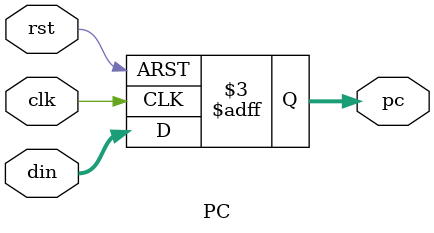
<source format=v>
`timescale 1ns / 1ps

`include "defines.vh"

module PC(
    input wire clk,
    input wire rst,
    input wire [31:0] din,
    output reg [31:0] pc
);

    always @(posedge clk or posedge rst) begin
        if (rst == 1'b1) begin
            pc <= 32'hfffffffc;
        end else begin
            pc <= din;
        end
    end

endmodule

</source>
